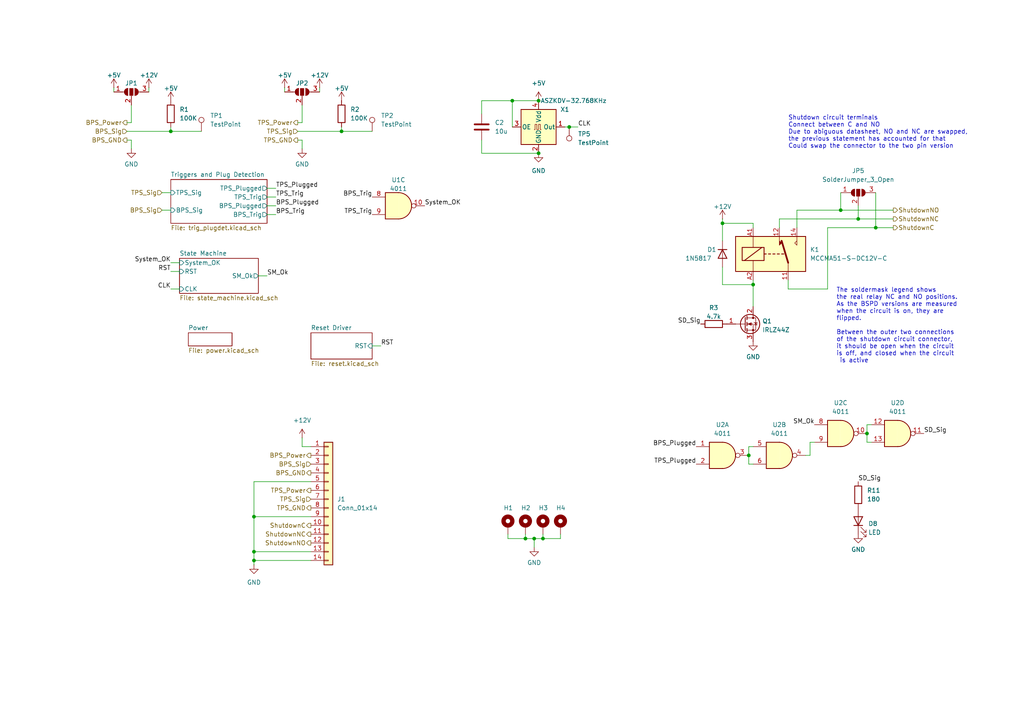
<source format=kicad_sch>
(kicad_sch (version 20231120) (generator "eeschema") (generator_version "8.0")
  (paper "A4")
  (lib_symbols
    (symbol "4xxx:4011" (pin_names (offset 1.016))
      (property "Reference" "U" (at 0 1.27 0))
      (property "Value" "4011" (at 0 -1.27 0))
      (symbol "4011_1_1"
        (arc (start 0 -3.81) (mid 3.7934 0) (end 0 3.81) (stroke (width 0.254)) (fill (type background)))
        (polyline (pts (xy 0 3.81) (xy -3.81 3.81) (xy -3.81 -3.81) (xy 0 -3.81)) (stroke (width 0.254)) (fill (type background)))
        (pin input line (at -7.62 2.54 0) (length 3.81) (name "~") (number "1"))
        (pin input line (at -7.62 -2.54 0) (length 3.81) (name "~") (number "2"))
        (pin output inverted (at 7.62 0 180) (length 3.81) (name "~") (number "3"))
      )
      (symbol "4011_1_2"
        (arc (start -3.81 -3.81) (mid -2.589 0) (end -3.81 3.81) (stroke (width 0.254)))
        (arc (start -0.6096 -3.81) (mid 2.1842 -2.5851) (end 3.81 0) (stroke (width 0.254)) (fill (type background)))
        (polyline (pts (xy -3.81 -3.81) (xy -0.635 -3.81)) (stroke (width 0.254)) (fill (type background)))
        (polyline (pts (xy -3.81 3.81) (xy -0.635 3.81)) (stroke (width 0.254)) (fill (type background)))
        (polyline (pts (xy -0.635 3.81) (xy -3.81 3.81) (xy -3.81 3.81) (xy -3.556 3.4036) (xy -3.0226 2.2606) (xy -2.6924 1.0414) (xy -2.6162 -0.254) (xy -2.7686 -1.4986) (xy -3.175 -2.7178) (xy -3.81 -3.81) (xy -3.81 -3.81) (xy -0.635 -3.81)) (stroke (width -25.4)) (fill (type background)))
        (arc (start 3.81 0) (mid 2.1915 2.5936) (end -0.6096 3.81) (stroke (width 0.254)) (fill (type background)))
        (pin input inverted (at -7.62 2.54 0) (length 4.318) (name "~") (number "1"))
        (pin input inverted (at -7.62 -2.54 0) (length 4.318) (name "~") (number "2"))
        (pin output line (at 7.62 0 180) (length 3.81) (name "~") (number "3"))
      )
      (symbol "4011_2_1"
        (arc (start 0 -3.81) (mid 3.7934 0) (end 0 3.81) (stroke (width 0.254)) (fill (type background)))
        (polyline (pts (xy 0 3.81) (xy -3.81 3.81) (xy -3.81 -3.81) (xy 0 -3.81)) (stroke (width 0.254)) (fill (type background)))
        (pin output inverted (at 7.62 0 180) (length 3.81) (name "~") (number "4"))
        (pin input line (at -7.62 2.54 0) (length 3.81) (name "~") (number "5"))
        (pin input line (at -7.62 -2.54 0) (length 3.81) (name "~") (number "6"))
      )
      (symbol "4011_2_2"
        (arc (start -3.81 -3.81) (mid -2.589 0) (end -3.81 3.81) (stroke (width 0.254)))
        (arc (start -0.6096 -3.81) (mid 2.1842 -2.5851) (end 3.81 0) (stroke (width 0.254)) (fill (type background)))
        (polyline (pts (xy -3.81 -3.81) (xy -0.635 -3.81)) (stroke (width 0.254)) (fill (type background)))
        (polyline (pts (xy -3.81 3.81) (xy -0.635 3.81)) (stroke (width 0.254)) (fill (type background)))
        (polyline (pts (xy -0.635 3.81) (xy -3.81 3.81) (xy -3.81 3.81) (xy -3.556 3.4036) (xy -3.0226 2.2606) (xy -2.6924 1.0414) (xy -2.6162 -0.254) (xy -2.7686 -1.4986) (xy -3.175 -2.7178) (xy -3.81 -3.81) (xy -3.81 -3.81) (xy -0.635 -3.81)) (stroke (width -25.4)) (fill (type background)))
        (arc (start 3.81 0) (mid 2.1915 2.5936) (end -0.6096 3.81) (stroke (width 0.254)) (fill (type background)))
        (pin output line (at 7.62 0 180) (length 3.81) (name "~") (number "4"))
        (pin input inverted (at -7.62 2.54 0) (length 4.318) (name "~") (number "5"))
        (pin input inverted (at -7.62 -2.54 0) (length 4.318) (name "~") (number "6"))
      )
      (symbol "4011_3_1"
        (arc (start 0 -3.81) (mid 3.7934 0) (end 0 3.81) (stroke (width 0.254)) (fill (type background)))
        (polyline (pts (xy 0 3.81) (xy -3.81 3.81) (xy -3.81 -3.81) (xy 0 -3.81)) (stroke (width 0.254)) (fill (type background)))
        (pin output inverted (at 7.62 0 180) (length 3.81) (name "~") (number "10"))
        (pin input line (at -7.62 2.54 0) (length 3.81) (name "~") (number "8"))
        (pin input line (at -7.62 -2.54 0) (length 3.81) (name "~") (number "9"))
      )
      (symbol "4011_3_2"
        (arc (start -3.81 -3.81) (mid -2.589 0) (end -3.81 3.81) (stroke (width 0.254)))
        (arc (start -0.6096 -3.81) (mid 2.1842 -2.5851) (end 3.81 0) (stroke (width 0.254)) (fill (type background)))
        (polyline (pts (xy -3.81 -3.81) (xy -0.635 -3.81)) (stroke (width 0.254)) (fill (type background)))
        (polyline (pts (xy -3.81 3.81) (xy -0.635 3.81)) (stroke (width 0.254)) (fill (type background)))
        (polyline (pts (xy -0.635 3.81) (xy -3.81 3.81) (xy -3.81 3.81) (xy -3.556 3.4036) (xy -3.0226 2.2606) (xy -2.6924 1.0414) (xy -2.6162 -0.254) (xy -2.7686 -1.4986) (xy -3.175 -2.7178) (xy -3.81 -3.81) (xy -3.81 -3.81) (xy -0.635 -3.81)) (stroke (width -25.4)) (fill (type background)))
        (arc (start 3.81 0) (mid 2.1915 2.5936) (end -0.6096 3.81) (stroke (width 0.254)) (fill (type background)))
        (pin output line (at 7.62 0 180) (length 3.81) (name "~") (number "10"))
        (pin input inverted (at -7.62 2.54 0) (length 4.318) (name "~") (number "8"))
        (pin input inverted (at -7.62 -2.54 0) (length 4.318) (name "~") (number "9"))
      )
      (symbol "4011_4_1"
        (arc (start 0 -3.81) (mid 3.7934 0) (end 0 3.81) (stroke (width 0.254)) (fill (type background)))
        (polyline (pts (xy 0 3.81) (xy -3.81 3.81) (xy -3.81 -3.81) (xy 0 -3.81)) (stroke (width 0.254)) (fill (type background)))
        (pin output inverted (at 7.62 0 180) (length 3.81) (name "~") (number "11"))
        (pin input line (at -7.62 2.54 0) (length 3.81) (name "~") (number "12"))
        (pin input line (at -7.62 -2.54 0) (length 3.81) (name "~") (number "13"))
      )
      (symbol "4011_4_2"
        (arc (start -3.81 -3.81) (mid -2.589 0) (end -3.81 3.81) (stroke (width 0.254)))
        (arc (start -0.6096 -3.81) (mid 2.1842 -2.5851) (end 3.81 0) (stroke (width 0.254)) (fill (type background)))
        (polyline (pts (xy -3.81 -3.81) (xy -0.635 -3.81)) (stroke (width 0.254)) (fill (type background)))
        (polyline (pts (xy -3.81 3.81) (xy -0.635 3.81)) (stroke (width 0.254)) (fill (type background)))
        (polyline (pts (xy -0.635 3.81) (xy -3.81 3.81) (xy -3.81 3.81) (xy -3.556 3.4036) (xy -3.0226 2.2606) (xy -2.6924 1.0414) (xy -2.6162 -0.254) (xy -2.7686 -1.4986) (xy -3.175 -2.7178) (xy -3.81 -3.81) (xy -3.81 -3.81) (xy -0.635 -3.81)) (stroke (width -25.4)) (fill (type background)))
        (arc (start 3.81 0) (mid 2.1915 2.5936) (end -0.6096 3.81) (stroke (width 0.254)) (fill (type background)))
        (pin output line (at 7.62 0 180) (length 3.81) (name "~") (number "11"))
        (pin input inverted (at -7.62 2.54 0) (length 4.318) (name "~") (number "12"))
        (pin input inverted (at -7.62 -2.54 0) (length 4.318) (name "~") (number "13"))
      )
      (symbol "4011_5_0"
        (pin power_in line (at 0 12.7 270) (length 5.08) (name "VDD") (number "14"))
        (pin power_in line (at 0 -12.7 90) (length 5.08) (name "VSS") (number "7"))
      )
      (symbol "4011_5_1"
        (rectangle (start -5.08 7.62) (end 5.08 -7.62) (stroke (width 0.254)) (fill (type background)))
      )
    )
    (symbol "Connector:TestPoint" (pin_numbers hide) (pin_names (offset 0.762) hide)
      (property "Reference" "TP" (at 0 6.858 0))
      (property "Value" "TestPoint" (at 0 5.08 0))
      (symbol "TestPoint_0_1"
        (circle (center 0 3.302) (radius 0.762))
      )
      (symbol "TestPoint_1_1"
        (pin passive line (at 0 0 90) (length 2.54) (name "1") (number "1"))
      )
    )
    (symbol "Connector_Generic:Conn_01x14" (pin_names (offset 1.016) hide)
      (property "Reference" "J" (at 0 17.78 0))
      (property "Value" "Conn_01x14" (at 0 -20.32 0))
      (symbol "Conn_01x14_1_1"
        (rectangle (start -1.27 -17.653) (end 0 -17.907) (stroke (width 0.1524)))
        (rectangle (start -1.27 -15.113) (end 0 -15.367) (stroke (width 0.1524)))
        (rectangle (start -1.27 -12.573) (end 0 -12.827) (stroke (width 0.1524)))
        (rectangle (start -1.27 -10.033) (end 0 -10.287) (stroke (width 0.1524)))
        (rectangle (start -1.27 -7.493) (end 0 -7.747) (stroke (width 0.1524)))
        (rectangle (start -1.27 -4.953) (end 0 -5.207) (stroke (width 0.1524)))
        (rectangle (start -1.27 -2.413) (end 0 -2.667) (stroke (width 0.1524)))
        (rectangle (start -1.27 0.127) (end 0 -0.127) (stroke (width 0.1524)))
        (rectangle (start -1.27 2.667) (end 0 2.413) (stroke (width 0.1524)))
        (rectangle (start -1.27 5.207) (end 0 4.953) (stroke (width 0.1524)))
        (rectangle (start -1.27 7.747) (end 0 7.493) (stroke (width 0.1524)))
        (rectangle (start -1.27 10.287) (end 0 10.033) (stroke (width 0.1524)))
        (rectangle (start -1.27 12.827) (end 0 12.573) (stroke (width 0.1524)))
        (rectangle (start -1.27 15.367) (end 0 15.113) (stroke (width 0.1524)))
        (rectangle (start -1.27 16.51) (end 1.27 -19.05) (stroke (width 0.254)) (fill (type background)))
        (pin passive line (at -5.08 15.24 0) (length 3.81) (name "Pin_1") (number "1"))
        (pin passive line (at -5.08 -7.62 0) (length 3.81) (name "Pin_10") (number "10"))
        (pin passive line (at -5.08 -10.16 0) (length 3.81) (name "Pin_11") (number "11"))
        (pin passive line (at -5.08 -12.7 0) (length 3.81) (name "Pin_12") (number "12"))
        (pin passive line (at -5.08 -15.24 0) (length 3.81) (name "Pin_13") (number "13"))
        (pin passive line (at -5.08 -17.78 0) (length 3.81) (name "Pin_14") (number "14"))
        (pin passive line (at -5.08 12.7 0) (length 3.81) (name "Pin_2") (number "2"))
        (pin passive line (at -5.08 10.16 0) (length 3.81) (name "Pin_3") (number "3"))
        (pin passive line (at -5.08 7.62 0) (length 3.81) (name "Pin_4") (number "4"))
        (pin passive line (at -5.08 5.08 0) (length 3.81) (name "Pin_5") (number "5"))
        (pin passive line (at -5.08 2.54 0) (length 3.81) (name "Pin_6") (number "6"))
        (pin passive line (at -5.08 0 0) (length 3.81) (name "Pin_7") (number "7"))
        (pin passive line (at -5.08 -2.54 0) (length 3.81) (name "Pin_8") (number "8"))
        (pin passive line (at -5.08 -5.08 0) (length 3.81) (name "Pin_9") (number "9"))
      )
    )
    (symbol "Device:C" (pin_numbers hide) (pin_names (offset 0.254))
      (property "Reference" "C" (at 0.635 2.54 0))
      (property "Value" "C" (at 0.635 -2.54 0))
      (symbol "C_0_1"
        (polyline (pts (xy -2.032 -0.762) (xy 2.032 -0.762)) (stroke (width 0.508)))
        (polyline (pts (xy -2.032 0.762) (xy 2.032 0.762)) (stroke (width 0.508)))
      )
      (symbol "C_1_1"
        (pin passive line (at 0 3.81 270) (length 2.794) (name "~") (number "1"))
        (pin passive line (at 0 -3.81 90) (length 2.794) (name "~") (number "2"))
      )
    )
    (symbol "Device:LED" (pin_numbers hide) (pin_names (offset 1.016) hide)
      (property "Reference" "D" (at 0 2.54 0))
      (property "Value" "LED" (at 0 -2.54 0))
      (symbol "LED_0_1"
        (polyline (pts (xy -1.27 -1.27) (xy -1.27 1.27)) (stroke (width 0.254)))
        (polyline (pts (xy -1.27 0) (xy 1.27 0)))
        (polyline (pts (xy 1.27 -1.27) (xy 1.27 1.27) (xy -1.27 0) (xy 1.27 -1.27)) (stroke (width 0.254)))
        (polyline (pts (xy -3.048 -0.762) (xy -4.572 -2.286) (xy -3.81 -2.286) (xy -4.572 -2.286) (xy -4.572 -1.524)))
        (polyline (pts (xy -1.778 -0.762) (xy -3.302 -2.286) (xy -2.54 -2.286) (xy -3.302 -2.286) (xy -3.302 -1.524)))
      )
      (symbol "LED_1_1"
        (pin passive line (at -3.81 0 0) (length 2.54) (name "K") (number "1"))
        (pin passive line (at 3.81 0 180) (length 2.54) (name "A") (number "2"))
      )
    )
    (symbol "Device:R" (pin_numbers hide) (pin_names (offset 0))
      (property "Reference" "R" (at 2.032 0 90))
      (property "Value" "R" (at 0 0 90))
      (symbol "R_0_1"
        (rectangle (start -1.016 -2.54) (end 1.016 2.54) (stroke (width 0.254)))
      )
      (symbol "R_1_1"
        (pin passive line (at 0 3.81 270) (length 1.27) (name "~") (number "1"))
        (pin passive line (at 0 -3.81 90) (length 1.27) (name "~") (number "2"))
      )
    )
    (symbol "Diode:1N4001" (pin_numbers hide) (pin_names hide)
      (property "Reference" "D" (at 0 2.54 0))
      (property "Value" "1N4001" (at 0 -2.54 0))
      (symbol "1N4001_0_1"
        (polyline (pts (xy -1.27 1.27) (xy -1.27 -1.27)) (stroke (width 0.254)))
        (polyline (pts (xy 1.27 0) (xy -1.27 0)))
        (polyline (pts (xy 1.27 1.27) (xy 1.27 -1.27) (xy -1.27 0) (xy 1.27 1.27)) (stroke (width 0.254)))
      )
      (symbol "1N4001_1_1"
        (pin passive line (at -3.81 0 0) (length 2.54) (name "K") (number "1"))
        (pin passive line (at 3.81 0 180) (length 2.54) (name "A") (number "2"))
      )
    )
    (symbol "FBR_Symbols:ASZKDV-xxxMHz" (pin_names (offset 0.254))
      (property "Reference" "X" (at -5.08 6.35 0))
      (property "Value" "ASZKDV-xxxMHz" (at 1.27 -6.35 0))
      (symbol "ASZKDV-xxxMHz_0_1"
        (rectangle (start -5.08 5.08) (end 5.08 -5.08) (stroke (width 0.254)) (fill (type background)))
        (polyline (pts (xy -1.27 -0.762) (xy -1.016 -0.762) (xy -1.016 0.762) (xy -0.508 0.762) (xy -0.508 -0.762) (xy 0 -0.762) (xy 0 0.762) (xy 0.508 0.762) (xy 0.508 -0.762) (xy 0.762 -0.762)))
      )
      (symbol "ASZKDV-xxxMHz_1_1"
        (pin output line (at 7.62 0 180) (length 2.54) (name "Out") (number "1"))
        (pin power_in line (at 0 -7.62 90) (length 2.54) (name "GND") (number "2"))
        (pin input line (at -7.62 0 0) (length 2.54) (name "OE") (number "3"))
        (pin power_in line (at 0 7.62 270) (length 2.54) (name "Vdd") (number "4"))
      )
    )
    (symbol "Jumper:SolderJumper_3_Open" (pin_names (offset 0) hide) (exclude_from_sim yes) (in_bom no)
      (property "Reference" "JP" (at -2.54 -2.54 0))
      (property "Value" "SolderJumper_3_Open" (at 0 2.794 0))
      (symbol "SolderJumper_3_Open_0_1"
        (arc (start -1.016 1.016) (mid -2.0276 0) (end -1.016 -1.016))
        (arc (start -1.016 1.016) (mid -2.0276 0) (end -1.016 -1.016) (fill (type outline)))
        (rectangle (start -0.508 1.016) (end 0.508 -1.016) (fill (type outline)))
        (polyline (pts (xy -2.54 0) (xy -2.032 0)))
        (polyline (pts (xy -1.016 1.016) (xy -1.016 -1.016)))
        (polyline (pts (xy 0 -1.27) (xy 0 -1.016)))
        (polyline (pts (xy 1.016 1.016) (xy 1.016 -1.016)))
        (polyline (pts (xy 2.54 0) (xy 2.032 0)))
        (arc (start 1.016 -1.016) (mid 2.0276 0) (end 1.016 1.016))
        (arc (start 1.016 -1.016) (mid 2.0276 0) (end 1.016 1.016) (fill (type outline)))
      )
      (symbol "SolderJumper_3_Open_1_1"
        (pin passive line (at -5.08 0 0) (length 2.54) (name "A") (number "1"))
        (pin passive line (at 0 -3.81 90) (length 2.54) (name "C") (number "2"))
        (pin passive line (at 5.08 0 180) (length 2.54) (name "B") (number "3"))
      )
    )
    (symbol "Mechanical:MountingHole_Pad" (pin_numbers hide) (pin_names (offset 1.016) hide) (exclude_from_sim yes) (in_bom no)
      (property "Reference" "H" (at 0 6.35 0))
      (property "Value" "MountingHole_Pad" (at 0 4.445 0))
      (symbol "MountingHole_Pad_0_1"
        (circle (center 0 1.27) (radius 1.27) (stroke (width 1.27)))
      )
      (symbol "MountingHole_Pad_1_1"
        (pin input line (at 0 -2.54 90) (length 2.54) (name "1") (number "1"))
      )
    )
    (symbol "Relay:Relay_SPDT"
      (property "Reference" "K" (at 11.43 3.81 0))
      (property "Value" "Relay_SPDT" (at 11.43 1.27 0))
      (symbol "Relay_SPDT_0_0"
        (polyline (pts (xy 7.62 5.08) (xy 7.62 2.54) (xy 6.985 3.175) (xy 7.62 3.81)))
      )
      (symbol "Relay_SPDT_0_1"
        (rectangle (start -10.16 5.08) (end 10.16 -5.08) (stroke (width 0.254)) (fill (type background)))
        (rectangle (start -8.255 1.905) (end -1.905 -1.905) (stroke (width 0.254)))
        (polyline (pts (xy -7.62 -1.905) (xy -2.54 1.905)) (stroke (width 0.254)))
        (polyline (pts (xy -5.08 -5.08) (xy -5.08 -1.905)))
        (polyline (pts (xy -5.08 5.08) (xy -5.08 1.905)))
        (polyline (pts (xy -1.905 0) (xy -1.27 0)) (stroke (width 0.254)))
        (polyline (pts (xy -0.635 0) (xy 0 0)) (stroke (width 0.254)))
        (polyline (pts (xy 0.635 0) (xy 1.27 0)) (stroke (width 0.254)))
        (polyline (pts (xy 1.905 0) (xy 2.54 0)) (stroke (width 0.254)))
        (polyline (pts (xy 3.175 0) (xy 3.81 0)) (stroke (width 0.254)))
        (polyline (pts (xy 5.08 -2.54) (xy 3.175 3.81)) (stroke (width 0.508)))
        (polyline (pts (xy 5.08 -2.54) (xy 5.08 -5.08)))
        (polyline (pts (xy 2.54 5.08) (xy 2.54 2.54) (xy 3.175 3.175) (xy 2.54 3.81)) (fill (type outline)))
      )
      (symbol "Relay_SPDT_1_1"
        (pin passive line (at 5.08 -7.62 90) (length 2.54) (name "~") (number "11"))
        (pin passive line (at 2.54 7.62 270) (length 2.54) (name "~") (number "12"))
        (pin passive line (at 7.62 7.62 270) (length 2.54) (name "~") (number "14"))
        (pin passive line (at -5.08 7.62 270) (length 2.54) (name "~") (number "A1"))
        (pin passive line (at -5.08 -7.62 90) (length 2.54) (name "~") (number "A2"))
      )
    )
    (symbol "Transistor_FET:IRLZ44N" (pin_names hide)
      (property "Reference" "Q" (at 5.08 1.905 0))
      (property "Value" "IRLZ44N" (at 5.08 0 0))
      (symbol "IRLZ44N_0_1"
        (polyline (pts (xy 0.254 0) (xy -2.54 0)))
        (polyline (pts (xy 0.254 1.905) (xy 0.254 -1.905)) (stroke (width 0.254)))
        (polyline (pts (xy 0.762 -1.27) (xy 0.762 -2.286)) (stroke (width 0.254)))
        (polyline (pts (xy 0.762 0.508) (xy 0.762 -0.508)) (stroke (width 0.254)))
        (polyline (pts (xy 0.762 2.286) (xy 0.762 1.27)) (stroke (width 0.254)))
        (polyline (pts (xy 2.54 2.54) (xy 2.54 1.778)))
        (polyline (pts (xy 2.54 -2.54) (xy 2.54 0) (xy 0.762 0)))
        (polyline (pts (xy 0.762 -1.778) (xy 3.302 -1.778) (xy 3.302 1.778) (xy 0.762 1.778)))
        (polyline (pts (xy 1.016 0) (xy 2.032 0.381) (xy 2.032 -0.381) (xy 1.016 0)) (fill (type outline)))
        (polyline (pts (xy 2.794 0.508) (xy 2.921 0.381) (xy 3.683 0.381) (xy 3.81 0.254)))
        (polyline (pts (xy 3.302 0.381) (xy 2.921 -0.254) (xy 3.683 -0.254) (xy 3.302 0.381)))
        (circle (center 1.651 0) (radius 2.794) (stroke (width 0.254)))
        (circle (center 2.54 -1.778) (radius 0.254) (fill (type outline)))
        (circle (center 2.54 1.778) (radius 0.254) (fill (type outline)))
      )
      (symbol "IRLZ44N_1_1"
        (pin input line (at -5.08 0 0) (length 2.54) (name "G") (number "1"))
        (pin passive line (at 2.54 5.08 270) (length 2.54) (name "D") (number "2"))
        (pin passive line (at 2.54 -5.08 90) (length 2.54) (name "S") (number "3"))
      )
    )
    (symbol "power:+12V" (power) (pin_numbers hide) (pin_names (offset 0) hide)
      (property "Value" "+12V" (at 0 3.556 0))
      (symbol "+12V_0_1"
        (polyline (pts (xy -0.762 1.27) (xy 0 2.54)))
        (polyline (pts (xy 0 0) (xy 0 2.54)))
        (polyline (pts (xy 0 2.54) (xy 0.762 1.27)))
      )
      (symbol "+12V_1_1"
        (pin power_in line (at 0 0 90) (length 0) (name "~") (number "1"))
      )
    )
    (symbol "power:+5V" (power) (pin_numbers hide) (pin_names (offset 0) hide)
      (property "Value" "+5V" (at 0 3.556 0))
      (symbol "+5V_0_1"
        (polyline (pts (xy -0.762 1.27) (xy 0 2.54)))
        (polyline (pts (xy 0 0) (xy 0 2.54)))
        (polyline (pts (xy 0 2.54) (xy 0.762 1.27)))
      )
      (symbol "+5V_1_1"
        (pin power_in line (at 0 0 90) (length 0) (name "~") (number "1"))
      )
    )
    (symbol "power:GND" (power) (pin_numbers hide) (pin_names (offset 0) hide)
      (property "Value" "GND" (at 0 -3.81 0))
      (symbol "GND_0_1"
        (polyline (pts (xy 0 0) (xy 0 -1.27) (xy 1.27 -1.27) (xy 0 -2.54) (xy -1.27 -1.27) (xy 0 -1.27)))
      )
      (symbol "GND_1_1"
        (pin power_in line (at 0 0 270) (length 0) (name "~") (number "1"))
      )
    )
  )
  (junction (at 248.92 63.5))
  (junction (at 254 66.04))
  (junction (at 99.06 38.1))
  (junction (at 165.1 36.83))
  (junction (at 218.44 82.55))
  (junction (at 156.21 29.21))
  (junction (at 73.66 160.02))
  (junction (at 217.17 132.08))
  (junction (at 243.84 60.96))
  (junction (at 152.4 156.21))
  (junction (at 49.53 38.1))
  (junction (at 209.55 64.77))
  (junction (at 73.66 149.86))
  (junction (at 157.48 156.21))
  (junction (at 156.21 44.45))
  (junction (at 251.46 125.73))
  (junction (at 154.94 156.21))
  (junction (at 73.66 162.56))
  (junction (at 148.59 29.21))
  (wire (pts (xy 251.46 123.19) (xy 251.46 125.73)))
  (wire (pts (xy 148.59 36.83) (xy 148.59 29.21)))
  (wire (pts (xy 233.68 132.08) (xy 234.95 132.08)))
  (wire (pts (xy 240.03 83.82) (xy 228.6 83.82)))
  (wire (pts (xy 209.55 77.47) (xy 209.55 82.55)))
  (wire (pts (xy 33.02 25.4) (xy 33.02 26.67)))
  (wire (pts (xy 217.17 132.08) (xy 217.17 134.62)))
  (wire (pts (xy 248.92 63.5) (xy 259.08 63.5)))
  (wire (pts (xy 139.7 44.45) (xy 156.21 44.45)))
  (wire (pts (xy 157.48 156.21) (xy 157.48 154.94)))
  (wire (pts (xy 73.66 139.7) (xy 73.66 149.86)))
  (wire (pts (xy 152.4 156.21) (xy 152.4 154.94)))
  (wire (pts (xy 167.64 36.83) (xy 165.1 36.83)))
  (wire (pts (xy 49.53 83.82) (xy 52.07 83.82)))
  (wire (pts (xy 87.63 35.56) (xy 87.63 30.48)))
  (wire (pts (xy 38.1 35.56) (xy 38.1 30.48)))
  (wire (pts (xy 49.53 76.2) (xy 52.07 76.2)))
  (wire (pts (xy 139.7 29.21) (xy 148.59 29.21)))
  (wire (pts (xy 154.94 156.21) (xy 154.94 158.75)))
  (wire (pts (xy 90.17 162.56) (xy 73.66 162.56)))
  (wire (pts (xy 243.84 60.96) (xy 259.08 60.96)))
  (wire (pts (xy 162.56 156.21) (xy 162.56 154.94)))
  (wire (pts (xy 139.7 33.02) (xy 139.7 29.21)))
  (wire (pts (xy 231.14 60.96) (xy 243.84 60.96)))
  (wire (pts (xy 107.95 100.33) (xy 110.49 100.33)))
  (wire (pts (xy 218.44 64.77) (xy 209.55 64.77)))
  (wire (pts (xy 218.44 81.28) (xy 218.44 82.55)))
  (wire (pts (xy 38.1 40.64) (xy 36.83 40.64)))
  (wire (pts (xy 240.03 66.04) (xy 240.03 83.82)))
  (wire (pts (xy 74.93 80.01) (xy 77.47 80.01)))
  (wire (pts (xy 38.1 35.56) (xy 36.83 35.56)))
  (wire (pts (xy 87.63 43.18) (xy 87.63 40.64)))
  (wire (pts (xy 73.66 160.02) (xy 73.66 162.56)))
  (wire (pts (xy 86.36 35.56) (xy 87.63 35.56)))
  (wire (pts (xy 217.17 134.62) (xy 218.44 134.62)))
  (wire (pts (xy 38.1 43.18) (xy 38.1 40.64)))
  (wire (pts (xy 43.18 25.4) (xy 43.18 26.67)))
  (wire (pts (xy 234.95 132.08) (xy 234.95 128.27)))
  (wire (pts (xy 77.47 59.69) (xy 80.01 59.69)))
  (wire (pts (xy 218.44 82.55) (xy 218.44 88.9)))
  (wire (pts (xy 49.53 78.74) (xy 52.07 78.74)))
  (wire (pts (xy 209.55 64.77) (xy 209.55 63.5)))
  (wire (pts (xy 252.73 123.19) (xy 251.46 123.19)))
  (wire (pts (xy 251.46 128.27) (xy 252.73 128.27)))
  (wire (pts (xy 254 55.88) (xy 254 66.04)))
  (wire (pts (xy 82.55 25.4) (xy 82.55 26.67)))
  (wire (pts (xy 73.66 149.86) (xy 73.66 160.02)))
  (wire (pts (xy 226.06 66.04) (xy 226.06 63.5)))
  (wire (pts (xy 209.55 82.55) (xy 218.44 82.55)))
  (wire (pts (xy 217.17 129.54) (xy 217.17 132.08)))
  (wire (pts (xy 218.44 129.54) (xy 217.17 129.54)))
  (wire (pts (xy 243.84 55.88) (xy 243.84 60.96)))
  (wire (pts (xy 73.66 149.86) (xy 90.17 149.86)))
  (wire (pts (xy 73.66 162.56) (xy 73.66 163.83)))
  (wire (pts (xy 92.71 25.4) (xy 92.71 26.67)))
  (wire (pts (xy 139.7 40.64) (xy 139.7 44.45)))
  (wire (pts (xy 147.32 156.21) (xy 152.4 156.21)))
  (wire (pts (xy 248.92 59.69) (xy 248.92 63.5)))
  (wire (pts (xy 251.46 125.73) (xy 251.46 128.27)))
  (wire (pts (xy 87.63 127) (xy 87.63 129.54)))
  (wire (pts (xy 87.63 40.64) (xy 86.36 40.64)))
  (wire (pts (xy 99.06 38.1) (xy 107.95 38.1)))
  (wire (pts (xy 99.06 36.83) (xy 99.06 38.1)))
  (wire (pts (xy 254 66.04) (xy 240.03 66.04)))
  (wire (pts (xy 154.94 156.21) (xy 157.48 156.21)))
  (wire (pts (xy 165.1 36.83) (xy 163.83 36.83)))
  (wire (pts (xy 77.47 54.61) (xy 80.01 54.61)))
  (wire (pts (xy 259.08 66.04) (xy 254 66.04)))
  (wire (pts (xy 157.48 156.21) (xy 162.56 156.21)))
  (wire (pts (xy 147.32 156.21) (xy 147.32 154.94)))
  (wire (pts (xy 228.6 83.82) (xy 228.6 81.28)))
  (wire (pts (xy 49.53 36.83) (xy 49.53 38.1)))
  (wire (pts (xy 234.95 128.27) (xy 236.22 128.27)))
  (wire (pts (xy 77.47 62.23) (xy 80.01 62.23)))
  (wire (pts (xy 46.99 60.96) (xy 49.53 60.96)))
  (wire (pts (xy 226.06 63.5) (xy 248.92 63.5)))
  (wire (pts (xy 46.99 55.88) (xy 49.53 55.88)))
  (wire (pts (xy 87.63 129.54) (xy 90.17 129.54)))
  (wire (pts (xy 90.17 139.7) (xy 73.66 139.7)))
  (wire (pts (xy 148.59 29.21) (xy 156.21 29.21)))
  (wire (pts (xy 77.47 57.15) (xy 80.01 57.15)))
  (wire (pts (xy 49.53 38.1) (xy 58.42 38.1)))
  (wire (pts (xy 152.4 156.21) (xy 154.94 156.21)))
  (wire (pts (xy 86.36 38.1) (xy 99.06 38.1)))
  (wire (pts (xy 231.14 66.04) (xy 231.14 60.96)))
  (wire (pts (xy 36.83 38.1) (xy 49.53 38.1)))
  (wire (pts (xy 218.44 66.04) (xy 218.44 64.77)))
  (wire (pts (xy 209.55 64.77) (xy 209.55 69.85)))
  (wire (pts (xy 73.66 160.02) (xy 90.17 160.02)))
  (text "The soldermask legend shows \nthe real relay NC and NO positions.\nAs the BSPD versions are measured \nwhen the circuit is on, they are \nflipped.\n\nBetween the outer two connections\nof the shutdown circuit connector,\nit should be open when the circuit \nis off, and closed when the circuit\n is active" (at 242.57 105.41 0) (effects (font (size 1.27 1.27)) (justify left bottom)))
  (text "Shutdown circuit terminals\nConnect between C and NO\nDue to abiguous datasheet, NO and NC are swapped,\nthe previous statement has accounted for that\nCould swap the connector to the two pin version" (at 228.6 43.18 0) (effects (font (size 1.27 1.27)) (justify left bottom)))
  (label "SD_Sig" (at 203.2 93.98 180))
  (label "CLK" (at 167.64 36.83 0))
  (label "BPS_Trig" (at 107.95 57.15 180))
  (label "SD_Sig" (at 267.97 125.73 0))
  (label "SM_Ok" (at 236.22 123.19 180))
  (label "TPS_Plugged" (at 201.93 134.62 180))
  (label "CLK" (at 49.53 83.82 180))
  (label "BPS_Plugged" (at 80.01 59.69 0))
  (label "TPS_Trig" (at 80.01 57.15 0))
  (label "System_OK" (at 123.19 59.69 0))
  (label "RST" (at 49.53 78.74 180))
  (label "System_OK" (at 49.53 76.2 180))
  (label "TPS_Plugged" (at 80.01 54.61 0))
  (label "TPS_Trig" (at 107.95 62.23 180))
  (label "SD_Sig" (at 248.92 139.7 0))
  (label "SM_Ok" (at 77.47 80.01 0))
  (label "BPS_Plugged" (at 201.93 129.54 180))
  (label "RST" (at 110.49 100.33 0))
  (label "BPS_Trig" (at 80.01 62.23 0))
  (hierarchical_label "BPS_GND" (shape output) (at 90.17 137.16 180))
  (hierarchical_label "BPS_Sig" (shape input) (at 46.99 60.96 180))
  (hierarchical_label "BPS_GND" (shape output) (at 36.83 40.64 180))
  (hierarchical_label "ShutdownNO" (shape output) (at 259.08 60.96 0))
  (hierarchical_label "ShutdownNO" (shape output) (at 90.17 157.48 180))
  (hierarchical_label "TPS_GND" (shape output) (at 86.36 40.64 180))
  (hierarchical_label "BPS_Sig" (shape input) (at 36.83 38.1 180))
  (hierarchical_label "TPS_GND" (shape output) (at 90.17 147.32 180))
  (hierarchical_label "ShutdownNC" (shape output) (at 259.08 63.5 0))
  (hierarchical_label "ShutdownC" (shape output) (at 259.08 66.04 0))
  (hierarchical_label "TPS_Sig" (shape input) (at 46.99 55.88 180))
  (hierarchical_label "ShutdownC" (shape output) (at 90.17 152.4 180))
  (hierarchical_label "ShutdownNC" (shape output) (at 90.17 154.94 180))
  (hierarchical_label "TPS_Sig" (shape input) (at 90.17 144.78 180))
  (hierarchical_label "TPS_Sig" (shape input) (at 86.36 38.1 180))
  (hierarchical_label "TPS_Power" (shape output) (at 90.17 142.24 180))
  (hierarchical_label "TPS_Power" (shape output) (at 86.36 35.56 180))
  (hierarchical_label "BPS_Power" (shape output) (at 36.83 35.56 180))
  (hierarchical_label "BPS_Sig" (shape input) (at 90.17 134.62 180))
  (hierarchical_label "BPS_Power" (shape output) (at 90.17 132.08 180))
  (symbol (lib_id "4xxx:4011") (at 209.55 132.08 0) (unit 1)
    (property "Reference" "U2" (at 209.5417 123.19 0))
    (property "Value" "4011" (at 209.5417 125.73 0))
    (property "Footprint" "Package_DIP:DIP-14_W7.62mm_Socket" (effects (hide yes)))
    (property "Datasheet" "http://www.intersil.com/content/dam/Intersil/documents/cd40/cd4011bms-12bms-23bms.pdf" (effects (hide yes)))
    (property "Description" "Quad Nand 2 inputs" (effects (hide yes)))
  )
  (symbol (lib_id "Connector_Generic:Conn_01x14") (at 95.25 144.78 0) (unit 1)
    (property "Reference" "J1" (at 97.79 144.7799 0) (effects (justify left)))
    (property "Value" "Conn_01x14" (at 97.79 147.3199 0) (effects (justify left)))
    (property "Footprint" "FBR_Footprints:TE_776267-1" (effects (hide yes)))
    (property "Description" "Generic connector, single row, 01x14, script generated (kicad-library-utils/schlib/autogen/connector/)" (effects (hide yes)))
  )
  (symbol (lib_id "4xxx:4011") (at 115.57 59.69 0) (unit 3)
    (property "Reference" "U1" (at 115.57 52.1802 0))
    (property "Value" "4011" (at 115.57 54.7171 0))
    (property "Footprint" "Package_DIP:DIP-14_W7.62mm_Socket" (effects (hide yes)))
    (property "Datasheet" "http://www.intersil.com/content/dam/Intersil/documents/cd40/cd4011bms-12bms-23bms.pdf" (effects (hide yes)))
    (property "Description" "Quad Nand 2 inputs" (effects (hide yes)))
  )
  (symbol (lib_id "4xxx:4011") (at 226.06 132.08 0) (unit 2)
    (property "Reference" "U2" (at 226.0517 123.19 0))
    (property "Value" "4011" (at 226.0517 125.73 0))
    (property "Footprint" "Package_DIP:DIP-14_W7.62mm_Socket" (effects (hide yes)))
    (property "Datasheet" "http://www.intersil.com/content/dam/Intersil/documents/cd40/cd4011bms-12bms-23bms.pdf" (effects (hide yes)))
    (property "Description" "Quad Nand 2 inputs" (effects (hide yes)))
  )
  (symbol (lib_id "Relay:Relay_SPDT") (at 223.52 73.66 0) (unit 1)
    (property "Reference" "K1" (at 234.95 72.3899 0) (effects (justify left)))
    (property "Value" "MCCMA51-S-DC12V-C" (at 234.95 74.9299 0) (effects (justify left)))
    (property "Footprint" "FBR_Footprints:MCCMA51-S-DC12V-C" (effects (hide yes)))
    (property "Description" "Relay SPDT, monostable, EN50005" (effects (hide yes)))
  )
  (symbol (lib_id "power:+12V") (at 43.18 25.4 0) (unit 1)
    (property "Reference" "#PWR02" (effects (hide yes)))
    (property "Value" "+12V" (at 43.18 21.8242 0))
    (property "Description" "Power symbol creates a global label with name \"+12V\"" (effects (hide yes)))
  )
  (symbol (lib_id "Device:R") (at 207.01 93.98 90) (unit 1)
    (property "Reference" "R3" (at 207.01 89.2642 90))
    (property "Value" "4.7k" (at 207.01 91.8011 90))
    (property "Footprint" "Resistor_SMD:R_0603_1608Metric_Pad0.98x0.95mm_HandSolder" (effects (hide yes)))
    (property "Description" "Resistor" (effects (hide yes)))
  )
  (symbol (lib_id "Connector:TestPoint") (at 58.42 38.1 0) (unit 1)
    (property "Reference" "TP1" (at 60.96 33.528 0) (effects (justify left)))
    (property "Value" "TestPoint" (at 60.96 36.068 0) (effects (justify left)))
    (property "Footprint" "TestPoint:TestPoint_Pad_D2.0mm" (effects (hide yes)))
    (property "Description" "test point" (effects (hide yes)))
  )
  (symbol (lib_id "power:GND") (at 154.94 158.75 0) (unit 1)
    (property "Reference" "#PWR040" (effects (hide yes)))
    (property "Value" "GND" (at 154.94 163.1934 0))
    (property "Description" "Power symbol creates a global label with name \"GND\" , ground" (effects (hide yes)))
  )
  (symbol (lib_id "Connector:TestPoint") (at 165.1 36.83 180) (unit 1)
    (property "Reference" "TP5" (at 167.64 38.8619 0) (effects (justify right)))
    (property "Value" "TestPoint" (at 167.64 41.4019 0) (effects (justify right)))
    (property "Footprint" "TestPoint:TestPoint_Pad_D2.0mm" (effects (hide yes)))
    (property "Description" "test point" (effects (hide yes)))
  )
  (symbol (lib_id "power:GND") (at 87.63 43.18 0) (unit 1)
    (property "Reference" "#PWR08" (effects (hide yes)))
    (property "Value" "GND" (at 87.63 47.6234 0))
    (property "Description" "Power symbol creates a global label with name \"GND\" , ground" (effects (hide yes)))
  )
  (symbol (lib_id "Jumper:SolderJumper_3_Open") (at 38.1 26.67 0) (unit 1)
    (property "Reference" "JP1" (at 38.1 24.13 0))
    (property "Value" "SolderJumper_3_Open" (effects (hide yes)))
    (property "Footprint" "Jumper:SolderJumper-3_P1.3mm_Open_RoundedPad1.0x1.5mm" (effects (hide yes)))
    (property "Description" "Solder Jumper, 3-pole, open" (effects (hide yes)))
  )
  (symbol (lib_id "power:+5V") (at 99.06 29.21 0) (unit 1)
    (property "Reference" "#PWR06" (effects (hide yes)))
    (property "Value" "+5V" (at 99.06 25.6342 0))
    (property "Description" "Power symbol creates a global label with name \"+5V\"" (effects (hide yes)))
  )
  (symbol (lib_id "power:GND") (at 156.21 44.45 0) (unit 1)
    (property "Reference" "#PWR043" (effects (hide yes)))
    (property "Value" "GND" (at 156.21 49.53 0))
    (property "Description" "Power symbol creates a global label with name \"GND\" , ground" (effects (hide yes)))
  )
  (symbol (lib_id "Mechanical:MountingHole_Pad") (at 162.56 152.4 0) (unit 1) (exclude_from_sim yes) (in_bom no)
    (property "Reference" "H4" (at 161.29 147.32 0) (effects (justify left)))
    (property "Value" "MountingHole_Pad" (effects (hide yes)))
    (property "Footprint" "MountingHole:MountingHole_3.2mm_M3_Pad_Via" (effects (hide yes)))
    (property "Description" "Mounting Hole with connection" (effects (hide yes)))
  )
  (symbol (lib_id "Device:R") (at 248.92 143.51 180) (unit 1)
    (property "Reference" "R11" (at 251.46 142.2399 0) (effects (justify right)))
    (property "Value" "180" (at 251.46 144.7799 0) (effects (justify right)))
    (property "Footprint" "Resistor_SMD:R_0603_1608Metric_Pad0.98x0.95mm_HandSolder" (effects (hide yes)))
    (property "Description" "Resistor" (effects (hide yes)))
  )
  (symbol (lib_id "FBR_Symbols:ASZKDV-xxxMHz") (at 156.21 36.83 0) (unit 1)
    (property "Reference" "X1" (at 163.83 31.75 0))
    (property "Value" "ASZKDV-32.768KHz" (at 166.37 29.21 0))
    (property "Footprint" "Oscillator:Oscillator_SMD_Abracon_ASE-4Pin_3.2x2.5mm" (effects (hide yes)))
    (property "Datasheet" "https://abracon.com/datasheets/ASZKDV.pdf" (effects (hide yes)))
    (property "Description" "3.3V CMOS SMD Crystal Clock Oscillator, Abracon" (effects (hide yes)))
  )
  (symbol (lib_id "Mechanical:MountingHole_Pad") (at 157.48 152.4 0) (unit 1) (exclude_from_sim yes) (in_bom no)
    (property "Reference" "H3" (at 156.21 147.32 0) (effects (justify left)))
    (property "Value" "MountingHole_Pad" (effects (hide yes)))
    (property "Footprint" "MountingHole:MountingHole_3.2mm_M3_Pad_Via" (effects (hide yes)))
    (property "Description" "Mounting Hole with connection" (effects (hide yes)))
  )
  (symbol (lib_id "power:+5V") (at 82.55 25.4 0) (unit 1)
    (property "Reference" "#PWR03" (effects (hide yes)))
    (property "Value" "+5V" (at 82.55 21.8242 0))
    (property "Description" "Power symbol creates a global label with name \"+5V\"" (effects (hide yes)))
  )
  (symbol (lib_id "Device:R") (at 99.06 33.02 180) (unit 1)
    (property "Reference" "R2" (at 101.6 31.7499 0) (effects (justify right)))
    (property "Value" "100K" (at 101.6 34.2899 0) (effects (justify right)))
    (property "Footprint" "Resistor_SMD:R_0603_1608Metric_Pad0.98x0.95mm_HandSolder" (effects (hide yes)))
    (property "Description" "Resistor" (effects (hide yes)))
  )
  (symbol (lib_id "Jumper:SolderJumper_3_Open") (at 248.92 55.88 0) (unit 1) (exclude_from_sim yes) (in_bom no)
    (property "Reference" "JP5" (at 248.92 49.53 0))
    (property "Value" "SolderJumper_3_Open" (at 248.92 52.07 0))
    (property "Footprint" "Jumper:SolderJumper-3_P1.3mm_Open_RoundedPad1.0x1.5mm" (effects (hide yes)))
    (property "Description" "Solder Jumper, 3-pole, open" (effects (hide yes)))
  )
  (symbol (lib_id "Device:R") (at 49.53 33.02 180) (unit 1)
    (property "Reference" "R1" (at 52.07 31.7499 0) (effects (justify right)))
    (property "Value" "100K" (at 52.07 34.2899 0) (effects (justify right)))
    (property "Footprint" "Resistor_SMD:R_0603_1608Metric_Pad0.98x0.95mm_HandSolder" (effects (hide yes)))
    (property "Description" "Resistor" (effects (hide yes)))
  )
  (symbol (lib_id "power:+12V") (at 209.55 63.5 0) (unit 1)
    (property "Reference" "#PWR09" (effects (hide yes)))
    (property "Value" "+12V" (at 209.55 59.9242 0))
    (property "Description" "Power symbol creates a global label with name \"+12V\"" (effects (hide yes)))
  )
  (symbol (lib_id "4xxx:4011") (at 260.35 125.73 0) (unit 4)
    (property "Reference" "U2" (at 260.3417 116.84 0))
    (property "Value" "4011" (at 260.3417 119.38 0))
    (property "Footprint" "Package_DIP:DIP-14_W7.62mm_Socket" (effects (hide yes)))
    (property "Datasheet" "http://www.intersil.com/content/dam/Intersil/documents/cd40/cd4011bms-12bms-23bms.pdf" (effects (hide yes)))
    (property "Description" "Quad Nand 2 inputs" (effects (hide yes)))
  )
  (symbol (lib_id "4xxx:4011") (at 243.84 125.73 0) (unit 3)
    (property "Reference" "U2" (at 243.8317 116.84 0))
    (property "Value" "4011" (at 243.8317 119.38 0))
    (property "Footprint" "Package_DIP:DIP-14_W7.62mm_Socket" (effects (hide yes)))
    (property "Datasheet" "http://www.intersil.com/content/dam/Intersil/documents/cd40/cd4011bms-12bms-23bms.pdf" (effects (hide yes)))
    (property "Description" "Quad Nand 2 inputs" (effects (hide yes)))
  )
  (symbol (lib_id "power:GND") (at 248.92 154.94 0) (unit 1)
    (property "Reference" "#PWR046" (effects (hide yes)))
    (property "Value" "GND" (at 248.92 159.3834 0))
    (property "Description" "Power symbol creates a global label with name \"GND\" , ground" (effects (hide yes)))
  )
  (symbol (lib_id "power:+5V") (at 49.53 29.21 0) (unit 1)
    (property "Reference" "#PWR05" (effects (hide yes)))
    (property "Value" "+5V" (at 49.53 25.6342 0))
    (property "Description" "Power symbol creates a global label with name \"+5V\"" (effects (hide yes)))
  )
  (symbol (lib_id "power:GND") (at 218.44 99.06 0) (unit 1)
    (property "Reference" "#PWR010" (effects (hide yes)))
    (property "Value" "GND" (at 218.44 103.5034 0))
    (property "Description" "Power symbol creates a global label with name \"GND\" , ground" (effects (hide yes)))
  )
  (symbol (lib_id "power:+12V") (at 92.71 25.4 0) (unit 1)
    (property "Reference" "#PWR04" (effects (hide yes)))
    (property "Value" "+12V" (at 92.71 21.8242 0))
    (property "Description" "Power symbol creates a global label with name \"+12V\"" (effects (hide yes)))
  )
  (symbol (lib_id "Jumper:SolderJumper_3_Open") (at 87.63 26.67 0) (unit 1)
    (property "Reference" "JP2" (at 87.63 24.13 0))
    (property "Value" "SolderJumper_3_Open" (effects (hide yes)))
    (property "Footprint" "Jumper:SolderJumper-3_P1.3mm_Open_RoundedPad1.0x1.5mm" (effects (hide yes)))
    (property "Description" "Solder Jumper, 3-pole, open" (effects (hide yes)))
  )
  (symbol (lib_id "Device:C") (at 139.7 36.83 0) (unit 1)
    (property "Reference" "C2" (at 143.51 35.56 0) (effects (justify left)))
    (property "Value" "10u" (at 143.51 38.1 0) (effects (justify left)))
    (property "Footprint" "Capacitor_SMD:C_0603_1608Metric_Pad1.08x0.95mm_HandSolder" (effects (hide yes)))
    (property "Description" "Unpolarized capacitor" (effects (hide yes)))
  )
  (symbol (lib_id "power:+5V") (at 156.21 29.21 0) (unit 1)
    (property "Reference" "#PWR042" (effects (hide yes)))
    (property "Value" "+5V" (at 156.21 24.13 0))
    (property "Description" "Power symbol creates a global label with name \"+5V\"" (effects (hide yes)))
  )
  (symbol (lib_id "power:+5V") (at 33.02 25.4 0) (unit 1)
    (property "Reference" "#PWR01" (effects (hide yes)))
    (property "Value" "+5V" (at 33.02 21.8242 0))
    (property "Description" "Power symbol creates a global label with name \"+5V\"" (effects (hide yes)))
  )
  (symbol (lib_id "Transistor_FET:IRLZ44N") (at 215.9 93.98 0) (unit 1)
    (property "Reference" "Q1" (at 221.107 93.1453 0) (effects (justify left)))
    (property "Value" "IRLZ44Z" (at 221.107 95.6822 0) (effects (justify left)))
    (property "Footprint" "Package_TO_SOT_THT:TO-220-3_Horizontal_TabDown" (effects (hide yes)))
    (property "Datasheet" "http://www.irf.com/product-info/datasheets/data/irlz44n.pdf" (effects (hide yes)))
    (property "Description" "47A Id, 55V Vds, 22mOhm Rds Single N-Channel HEXFET Power MOSFET, TO-220AB" (effects (hide yes)))
  )
  (symbol (lib_id "Device:LED") (at 248.92 151.13 90) (unit 1)
    (property "Reference" "D8" (at 251.841 151.8828 90) (effects (justify right)))
    (property "Value" "LED" (at 251.841 154.4197 90) (effects (justify right)))
    (property "Footprint" "LED_SMD:LED_0603_1608Metric_Pad1.05x0.95mm_HandSolder" (effects (hide yes)))
    (property "Description" "Light emitting diode" (effects (hide yes)))
  )
  (symbol (lib_id "power:+12V") (at 87.63 127 0) (unit 1)
    (property "Reference" "#PWR038" (effects (hide yes)))
    (property "Value" "+12V" (at 87.63 121.92 0))
    (property "Description" "Power symbol creates a global label with name \"+12V\"" (effects (hide yes)))
  )
  (symbol (lib_id "Mechanical:MountingHole_Pad") (at 152.4 152.4 0) (unit 1) (exclude_from_sim yes) (in_bom no)
    (property "Reference" "H2" (at 151.13 147.32 0) (effects (justify left)))
    (property "Value" "MountingHole_Pad" (effects (hide yes)))
    (property "Footprint" "MountingHole:MountingHole_3.2mm_M3_Pad_Via" (effects (hide yes)))
    (property "Description" "Mounting Hole with connection" (effects (hide yes)))
  )
  (symbol (lib_id "Connector:TestPoint") (at 107.95 38.1 0) (unit 1)
    (property "Reference" "TP2" (at 110.49 33.528 0) (effects (justify left)))
    (property "Value" "TestPoint" (at 110.49 36.068 0) (effects (justify left)))
    (property "Footprint" "TestPoint:TestPoint_Pad_D2.0mm" (effects (hide yes)))
    (property "Description" "test point" (effects (hide yes)))
  )
  (symbol (lib_id "power:GND") (at 73.66 163.83 0) (unit 1)
    (property "Reference" "#PWR039" (effects (hide yes)))
    (property "Value" "GND" (at 73.66 168.91 0))
    (property "Description" "Power symbol creates a global label with name \"GND\" , ground" (effects (hide yes)))
  )
  (symbol (lib_id "Mechanical:MountingHole_Pad") (at 147.32 152.4 0) (unit 1) (exclude_from_sim yes) (in_bom no)
    (property "Reference" "H1" (at 146.05 147.32 0) (effects (justify left)))
    (property "Value" "MountingHole_Pad" (effects (hide yes)))
    (property "Footprint" "MountingHole:MountingHole_3.2mm_M3_Pad_Via" (effects (hide yes)))
    (property "Description" "Mounting Hole with connection" (effects (hide yes)))
  )
  (symbol (lib_id "power:GND") (at 38.1 43.18 0) (unit 1)
    (property "Reference" "#PWR07" (effects (hide yes)))
    (property "Value" "GND" (at 38.1 47.6234 0))
    (property "Description" "Power symbol creates a global label with name \"GND\" , ground" (effects (hide yes)))
  )
  (symbol (lib_id "Diode:1N4001") (at 209.55 73.66 270) (unit 1)
    (property "Reference" "D1" (at 205.105 72.39 90) (effects (justify left)))
    (property "Value" "1N5817" (at 198.755 74.93 90) (effects (justify left)))
    (property "Footprint" "Diode_THT:D_DO-41_SOD81_P10.16mm_Horizontal" (effects (hide yes)))
    (property "Datasheet" "http://www.vishay.com/docs/88503/1n4001.pdf" (effects (hide yes)))
    (property "Description" "50V 1A General Purpose Rectifier Diode, DO-41" (effects (hide yes)))
    (property "Sim.Device" "D" (effects (hide yes)))
    (property "Sim.Pins" "1=K 2=A" (effects (hide yes)))
  )
  (sheet (at 54.61 96.52) (size 12.7 3.81) (stroke (width 0.1524))
    (property "Sheetname" "Power" (at 54.61 95.8084 0) (effects (justify left bottom)))
    (property "Sheetfile" "power.kicad_sch" (at 54.61 100.9146 0) (effects (justify left top)))
  )
  (sheet (at 49.53 52.07) (size 27.94 12.7) (stroke (width 0.1524))
    (property "Sheetname" "Triggers and Plug Detection" (at 49.53 51.3584 0) (effects (justify left bottom)))
    (property "Sheetfile" "trig_plugdet.kicad_sch" (at 49.53 65.3546 0) (effects (justify left top)))
    (pin "TPS_Sig" input (at 49.53 55.88 180))
    (pin "BPS_Sig" input (at 49.53 60.96 180))
    (pin "TPS_Plugged" output (at 77.47 54.61 0))
    (pin "BPS_Trig" output (at 77.47 62.23 0))
    (pin "TPS_Trig" output (at 77.47 57.15 0))
    (pin "BPS_Plugged" output (at 77.47 59.69 0))
  )
  (sheet (at 52.07 74.93) (size 22.86 10.16) (stroke (width 0.1524))
    (property "Sheetname" "State Machine" (at 52.07 74.2184 0) (effects (justify left bottom)))
    (property "Sheetfile" "state_machine.kicad_sch" (at 52.07 85.6746 0) (effects (justify left top)))
    (pin "CLK" input (at 52.07 83.82 180))
    (pin "System_OK" input (at 52.07 76.2 180))
    (pin "RST" input (at 52.07 78.74 180))
    (pin "SM_Ok" output (at 74.93 80.01 0))
  )
  (sheet (at 90.17 96.52) (size 17.78 7.62) (stroke (width 0.1524))
    (property "Sheetname" "Reset Driver" (at 90.17 95.8084 0) (effects (justify left bottom)))
    (property "Sheetfile" "reset.kicad_sch" (at 90.17 104.7246 0) (effects (justify left top)))
    (pin "RST" input (at 107.95 100.33 0))
  )
)
</source>
